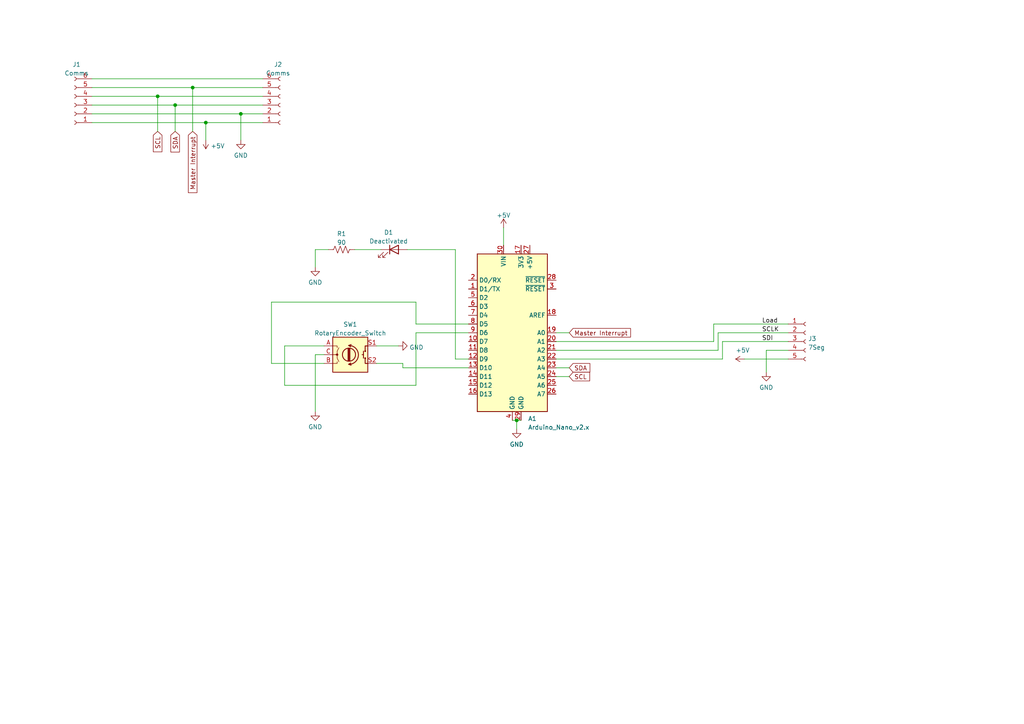
<source format=kicad_sch>
(kicad_sch (version 20211123) (generator eeschema)

  (uuid e63e39d7-6ac0-4ffd-8aa3-1841a4541b55)

  (paper "A4")

  (lib_symbols
    (symbol "Connector:Conn_01x05_Female" (pin_names (offset 1.016) hide) (in_bom yes) (on_board yes)
      (property "Reference" "J" (id 0) (at 0 7.62 0)
        (effects (font (size 1.27 1.27)))
      )
      (property "Value" "Conn_01x05_Female" (id 1) (at 0 -7.62 0)
        (effects (font (size 1.27 1.27)))
      )
      (property "Footprint" "" (id 2) (at 0 0 0)
        (effects (font (size 1.27 1.27)) hide)
      )
      (property "Datasheet" "~" (id 3) (at 0 0 0)
        (effects (font (size 1.27 1.27)) hide)
      )
      (property "ki_keywords" "connector" (id 4) (at 0 0 0)
        (effects (font (size 1.27 1.27)) hide)
      )
      (property "ki_description" "Generic connector, single row, 01x05, script generated (kicad-library-utils/schlib/autogen/connector/)" (id 5) (at 0 0 0)
        (effects (font (size 1.27 1.27)) hide)
      )
      (property "ki_fp_filters" "Connector*:*_1x??_*" (id 6) (at 0 0 0)
        (effects (font (size 1.27 1.27)) hide)
      )
      (symbol "Conn_01x05_Female_1_1"
        (arc (start 0 -4.572) (mid -0.508 -5.08) (end 0 -5.588)
          (stroke (width 0.1524) (type default) (color 0 0 0 0))
          (fill (type none))
        )
        (arc (start 0 -2.032) (mid -0.508 -2.54) (end 0 -3.048)
          (stroke (width 0.1524) (type default) (color 0 0 0 0))
          (fill (type none))
        )
        (polyline
          (pts
            (xy -1.27 -5.08)
            (xy -0.508 -5.08)
          )
          (stroke (width 0.1524) (type default) (color 0 0 0 0))
          (fill (type none))
        )
        (polyline
          (pts
            (xy -1.27 -2.54)
            (xy -0.508 -2.54)
          )
          (stroke (width 0.1524) (type default) (color 0 0 0 0))
          (fill (type none))
        )
        (polyline
          (pts
            (xy -1.27 0)
            (xy -0.508 0)
          )
          (stroke (width 0.1524) (type default) (color 0 0 0 0))
          (fill (type none))
        )
        (polyline
          (pts
            (xy -1.27 2.54)
            (xy -0.508 2.54)
          )
          (stroke (width 0.1524) (type default) (color 0 0 0 0))
          (fill (type none))
        )
        (polyline
          (pts
            (xy -1.27 5.08)
            (xy -0.508 5.08)
          )
          (stroke (width 0.1524) (type default) (color 0 0 0 0))
          (fill (type none))
        )
        (arc (start 0 0.508) (mid -0.508 0) (end 0 -0.508)
          (stroke (width 0.1524) (type default) (color 0 0 0 0))
          (fill (type none))
        )
        (arc (start 0 3.048) (mid -0.508 2.54) (end 0 2.032)
          (stroke (width 0.1524) (type default) (color 0 0 0 0))
          (fill (type none))
        )
        (arc (start 0 5.588) (mid -0.508 5.08) (end 0 4.572)
          (stroke (width 0.1524) (type default) (color 0 0 0 0))
          (fill (type none))
        )
        (pin passive line (at -5.08 5.08 0) (length 3.81)
          (name "Pin_1" (effects (font (size 1.27 1.27))))
          (number "1" (effects (font (size 1.27 1.27))))
        )
        (pin passive line (at -5.08 2.54 0) (length 3.81)
          (name "Pin_2" (effects (font (size 1.27 1.27))))
          (number "2" (effects (font (size 1.27 1.27))))
        )
        (pin passive line (at -5.08 0 0) (length 3.81)
          (name "Pin_3" (effects (font (size 1.27 1.27))))
          (number "3" (effects (font (size 1.27 1.27))))
        )
        (pin passive line (at -5.08 -2.54 0) (length 3.81)
          (name "Pin_4" (effects (font (size 1.27 1.27))))
          (number "4" (effects (font (size 1.27 1.27))))
        )
        (pin passive line (at -5.08 -5.08 0) (length 3.81)
          (name "Pin_5" (effects (font (size 1.27 1.27))))
          (number "5" (effects (font (size 1.27 1.27))))
        )
      )
    )
    (symbol "Connector:Conn_01x06_Female" (pin_names (offset 1.016) hide) (in_bom yes) (on_board yes)
      (property "Reference" "J" (id 0) (at 0 7.62 0)
        (effects (font (size 1.27 1.27)))
      )
      (property "Value" "Conn_01x06_Female" (id 1) (at 0 -10.16 0)
        (effects (font (size 1.27 1.27)))
      )
      (property "Footprint" "" (id 2) (at 0 0 0)
        (effects (font (size 1.27 1.27)) hide)
      )
      (property "Datasheet" "~" (id 3) (at 0 0 0)
        (effects (font (size 1.27 1.27)) hide)
      )
      (property "ki_keywords" "connector" (id 4) (at 0 0 0)
        (effects (font (size 1.27 1.27)) hide)
      )
      (property "ki_description" "Generic connector, single row, 01x06, script generated (kicad-library-utils/schlib/autogen/connector/)" (id 5) (at 0 0 0)
        (effects (font (size 1.27 1.27)) hide)
      )
      (property "ki_fp_filters" "Connector*:*_1x??_*" (id 6) (at 0 0 0)
        (effects (font (size 1.27 1.27)) hide)
      )
      (symbol "Conn_01x06_Female_1_1"
        (arc (start 0 -7.112) (mid -0.508 -7.62) (end 0 -8.128)
          (stroke (width 0.1524) (type default) (color 0 0 0 0))
          (fill (type none))
        )
        (arc (start 0 -4.572) (mid -0.508 -5.08) (end 0 -5.588)
          (stroke (width 0.1524) (type default) (color 0 0 0 0))
          (fill (type none))
        )
        (arc (start 0 -2.032) (mid -0.508 -2.54) (end 0 -3.048)
          (stroke (width 0.1524) (type default) (color 0 0 0 0))
          (fill (type none))
        )
        (polyline
          (pts
            (xy -1.27 -7.62)
            (xy -0.508 -7.62)
          )
          (stroke (width 0.1524) (type default) (color 0 0 0 0))
          (fill (type none))
        )
        (polyline
          (pts
            (xy -1.27 -5.08)
            (xy -0.508 -5.08)
          )
          (stroke (width 0.1524) (type default) (color 0 0 0 0))
          (fill (type none))
        )
        (polyline
          (pts
            (xy -1.27 -2.54)
            (xy -0.508 -2.54)
          )
          (stroke (width 0.1524) (type default) (color 0 0 0 0))
          (fill (type none))
        )
        (polyline
          (pts
            (xy -1.27 0)
            (xy -0.508 0)
          )
          (stroke (width 0.1524) (type default) (color 0 0 0 0))
          (fill (type none))
        )
        (polyline
          (pts
            (xy -1.27 2.54)
            (xy -0.508 2.54)
          )
          (stroke (width 0.1524) (type default) (color 0 0 0 0))
          (fill (type none))
        )
        (polyline
          (pts
            (xy -1.27 5.08)
            (xy -0.508 5.08)
          )
          (stroke (width 0.1524) (type default) (color 0 0 0 0))
          (fill (type none))
        )
        (arc (start 0 0.508) (mid -0.508 0) (end 0 -0.508)
          (stroke (width 0.1524) (type default) (color 0 0 0 0))
          (fill (type none))
        )
        (arc (start 0 3.048) (mid -0.508 2.54) (end 0 2.032)
          (stroke (width 0.1524) (type default) (color 0 0 0 0))
          (fill (type none))
        )
        (arc (start 0 5.588) (mid -0.508 5.08) (end 0 4.572)
          (stroke (width 0.1524) (type default) (color 0 0 0 0))
          (fill (type none))
        )
        (pin passive line (at -5.08 5.08 0) (length 3.81)
          (name "Pin_1" (effects (font (size 1.27 1.27))))
          (number "1" (effects (font (size 1.27 1.27))))
        )
        (pin passive line (at -5.08 2.54 0) (length 3.81)
          (name "Pin_2" (effects (font (size 1.27 1.27))))
          (number "2" (effects (font (size 1.27 1.27))))
        )
        (pin passive line (at -5.08 0 0) (length 3.81)
          (name "Pin_3" (effects (font (size 1.27 1.27))))
          (number "3" (effects (font (size 1.27 1.27))))
        )
        (pin passive line (at -5.08 -2.54 0) (length 3.81)
          (name "Pin_4" (effects (font (size 1.27 1.27))))
          (number "4" (effects (font (size 1.27 1.27))))
        )
        (pin passive line (at -5.08 -5.08 0) (length 3.81)
          (name "Pin_5" (effects (font (size 1.27 1.27))))
          (number "5" (effects (font (size 1.27 1.27))))
        )
        (pin passive line (at -5.08 -7.62 0) (length 3.81)
          (name "Pin_6" (effects (font (size 1.27 1.27))))
          (number "6" (effects (font (size 1.27 1.27))))
        )
      )
    )
    (symbol "Device:LED" (pin_numbers hide) (pin_names (offset 1.016) hide) (in_bom yes) (on_board yes)
      (property "Reference" "D" (id 0) (at 0 2.54 0)
        (effects (font (size 1.27 1.27)))
      )
      (property "Value" "LED" (id 1) (at 0 -2.54 0)
        (effects (font (size 1.27 1.27)))
      )
      (property "Footprint" "" (id 2) (at 0 0 0)
        (effects (font (size 1.27 1.27)) hide)
      )
      (property "Datasheet" "~" (id 3) (at 0 0 0)
        (effects (font (size 1.27 1.27)) hide)
      )
      (property "ki_keywords" "LED diode" (id 4) (at 0 0 0)
        (effects (font (size 1.27 1.27)) hide)
      )
      (property "ki_description" "Light emitting diode" (id 5) (at 0 0 0)
        (effects (font (size 1.27 1.27)) hide)
      )
      (property "ki_fp_filters" "LED* LED_SMD:* LED_THT:*" (id 6) (at 0 0 0)
        (effects (font (size 1.27 1.27)) hide)
      )
      (symbol "LED_0_1"
        (polyline
          (pts
            (xy -1.27 -1.27)
            (xy -1.27 1.27)
          )
          (stroke (width 0.254) (type default) (color 0 0 0 0))
          (fill (type none))
        )
        (polyline
          (pts
            (xy -1.27 0)
            (xy 1.27 0)
          )
          (stroke (width 0) (type default) (color 0 0 0 0))
          (fill (type none))
        )
        (polyline
          (pts
            (xy 1.27 -1.27)
            (xy 1.27 1.27)
            (xy -1.27 0)
            (xy 1.27 -1.27)
          )
          (stroke (width 0.254) (type default) (color 0 0 0 0))
          (fill (type none))
        )
        (polyline
          (pts
            (xy -3.048 -0.762)
            (xy -4.572 -2.286)
            (xy -3.81 -2.286)
            (xy -4.572 -2.286)
            (xy -4.572 -1.524)
          )
          (stroke (width 0) (type default) (color 0 0 0 0))
          (fill (type none))
        )
        (polyline
          (pts
            (xy -1.778 -0.762)
            (xy -3.302 -2.286)
            (xy -2.54 -2.286)
            (xy -3.302 -2.286)
            (xy -3.302 -1.524)
          )
          (stroke (width 0) (type default) (color 0 0 0 0))
          (fill (type none))
        )
      )
      (symbol "LED_1_1"
        (pin passive line (at -3.81 0 0) (length 2.54)
          (name "K" (effects (font (size 1.27 1.27))))
          (number "1" (effects (font (size 1.27 1.27))))
        )
        (pin passive line (at 3.81 0 180) (length 2.54)
          (name "A" (effects (font (size 1.27 1.27))))
          (number "2" (effects (font (size 1.27 1.27))))
        )
      )
    )
    (symbol "Device:R_US" (pin_numbers hide) (pin_names (offset 0)) (in_bom yes) (on_board yes)
      (property "Reference" "R" (id 0) (at 2.54 0 90)
        (effects (font (size 1.27 1.27)))
      )
      (property "Value" "R_US" (id 1) (at -2.54 0 90)
        (effects (font (size 1.27 1.27)))
      )
      (property "Footprint" "" (id 2) (at 1.016 -0.254 90)
        (effects (font (size 1.27 1.27)) hide)
      )
      (property "Datasheet" "~" (id 3) (at 0 0 0)
        (effects (font (size 1.27 1.27)) hide)
      )
      (property "ki_keywords" "R res resistor" (id 4) (at 0 0 0)
        (effects (font (size 1.27 1.27)) hide)
      )
      (property "ki_description" "Resistor, US symbol" (id 5) (at 0 0 0)
        (effects (font (size 1.27 1.27)) hide)
      )
      (property "ki_fp_filters" "R_*" (id 6) (at 0 0 0)
        (effects (font (size 1.27 1.27)) hide)
      )
      (symbol "R_US_0_1"
        (polyline
          (pts
            (xy 0 -2.286)
            (xy 0 -2.54)
          )
          (stroke (width 0) (type default) (color 0 0 0 0))
          (fill (type none))
        )
        (polyline
          (pts
            (xy 0 2.286)
            (xy 0 2.54)
          )
          (stroke (width 0) (type default) (color 0 0 0 0))
          (fill (type none))
        )
        (polyline
          (pts
            (xy 0 -0.762)
            (xy 1.016 -1.143)
            (xy 0 -1.524)
            (xy -1.016 -1.905)
            (xy 0 -2.286)
          )
          (stroke (width 0) (type default) (color 0 0 0 0))
          (fill (type none))
        )
        (polyline
          (pts
            (xy 0 0.762)
            (xy 1.016 0.381)
            (xy 0 0)
            (xy -1.016 -0.381)
            (xy 0 -0.762)
          )
          (stroke (width 0) (type default) (color 0 0 0 0))
          (fill (type none))
        )
        (polyline
          (pts
            (xy 0 2.286)
            (xy 1.016 1.905)
            (xy 0 1.524)
            (xy -1.016 1.143)
            (xy 0 0.762)
          )
          (stroke (width 0) (type default) (color 0 0 0 0))
          (fill (type none))
        )
      )
      (symbol "R_US_1_1"
        (pin passive line (at 0 3.81 270) (length 1.27)
          (name "~" (effects (font (size 1.27 1.27))))
          (number "1" (effects (font (size 1.27 1.27))))
        )
        (pin passive line (at 0 -3.81 90) (length 1.27)
          (name "~" (effects (font (size 1.27 1.27))))
          (number "2" (effects (font (size 1.27 1.27))))
        )
      )
    )
    (symbol "Device:RotaryEncoder_Switch" (pin_names (offset 0.254) hide) (in_bom yes) (on_board yes)
      (property "Reference" "SW" (id 0) (at 0 6.604 0)
        (effects (font (size 1.27 1.27)))
      )
      (property "Value" "RotaryEncoder_Switch" (id 1) (at 0 -6.604 0)
        (effects (font (size 1.27 1.27)))
      )
      (property "Footprint" "" (id 2) (at -3.81 4.064 0)
        (effects (font (size 1.27 1.27)) hide)
      )
      (property "Datasheet" "~" (id 3) (at 0 6.604 0)
        (effects (font (size 1.27 1.27)) hide)
      )
      (property "ki_keywords" "rotary switch encoder switch push button" (id 4) (at 0 0 0)
        (effects (font (size 1.27 1.27)) hide)
      )
      (property "ki_description" "Rotary encoder, dual channel, incremental quadrate outputs, with switch" (id 5) (at 0 0 0)
        (effects (font (size 1.27 1.27)) hide)
      )
      (property "ki_fp_filters" "RotaryEncoder*Switch*" (id 6) (at 0 0 0)
        (effects (font (size 1.27 1.27)) hide)
      )
      (symbol "RotaryEncoder_Switch_0_1"
        (rectangle (start -5.08 5.08) (end 5.08 -5.08)
          (stroke (width 0.254) (type default) (color 0 0 0 0))
          (fill (type background))
        )
        (circle (center -3.81 0) (radius 0.254)
          (stroke (width 0) (type default) (color 0 0 0 0))
          (fill (type outline))
        )
        (arc (start -0.381 -2.794) (mid 2.3622 -0.0635) (end -0.381 2.667)
          (stroke (width 0.254) (type default) (color 0 0 0 0))
          (fill (type none))
        )
        (circle (center -0.381 0) (radius 1.905)
          (stroke (width 0.254) (type default) (color 0 0 0 0))
          (fill (type none))
        )
        (polyline
          (pts
            (xy -0.635 -1.778)
            (xy -0.635 1.778)
          )
          (stroke (width 0.254) (type default) (color 0 0 0 0))
          (fill (type none))
        )
        (polyline
          (pts
            (xy -0.381 -1.778)
            (xy -0.381 1.778)
          )
          (stroke (width 0.254) (type default) (color 0 0 0 0))
          (fill (type none))
        )
        (polyline
          (pts
            (xy -0.127 1.778)
            (xy -0.127 -1.778)
          )
          (stroke (width 0.254) (type default) (color 0 0 0 0))
          (fill (type none))
        )
        (polyline
          (pts
            (xy 3.81 0)
            (xy 3.429 0)
          )
          (stroke (width 0.254) (type default) (color 0 0 0 0))
          (fill (type none))
        )
        (polyline
          (pts
            (xy 3.81 1.016)
            (xy 3.81 -1.016)
          )
          (stroke (width 0.254) (type default) (color 0 0 0 0))
          (fill (type none))
        )
        (polyline
          (pts
            (xy -5.08 -2.54)
            (xy -3.81 -2.54)
            (xy -3.81 -2.032)
          )
          (stroke (width 0) (type default) (color 0 0 0 0))
          (fill (type none))
        )
        (polyline
          (pts
            (xy -5.08 2.54)
            (xy -3.81 2.54)
            (xy -3.81 2.032)
          )
          (stroke (width 0) (type default) (color 0 0 0 0))
          (fill (type none))
        )
        (polyline
          (pts
            (xy 0.254 -3.048)
            (xy -0.508 -2.794)
            (xy 0.127 -2.413)
          )
          (stroke (width 0.254) (type default) (color 0 0 0 0))
          (fill (type none))
        )
        (polyline
          (pts
            (xy 0.254 2.921)
            (xy -0.508 2.667)
            (xy 0.127 2.286)
          )
          (stroke (width 0.254) (type default) (color 0 0 0 0))
          (fill (type none))
        )
        (polyline
          (pts
            (xy 5.08 -2.54)
            (xy 4.318 -2.54)
            (xy 4.318 -1.016)
          )
          (stroke (width 0.254) (type default) (color 0 0 0 0))
          (fill (type none))
        )
        (polyline
          (pts
            (xy 5.08 2.54)
            (xy 4.318 2.54)
            (xy 4.318 1.016)
          )
          (stroke (width 0.254) (type default) (color 0 0 0 0))
          (fill (type none))
        )
        (polyline
          (pts
            (xy -5.08 0)
            (xy -3.81 0)
            (xy -3.81 -1.016)
            (xy -3.302 -2.032)
          )
          (stroke (width 0) (type default) (color 0 0 0 0))
          (fill (type none))
        )
        (polyline
          (pts
            (xy -4.318 0)
            (xy -3.81 0)
            (xy -3.81 1.016)
            (xy -3.302 2.032)
          )
          (stroke (width 0) (type default) (color 0 0 0 0))
          (fill (type none))
        )
        (circle (center 4.318 -1.016) (radius 0.127)
          (stroke (width 0.254) (type default) (color 0 0 0 0))
          (fill (type none))
        )
        (circle (center 4.318 1.016) (radius 0.127)
          (stroke (width 0.254) (type default) (color 0 0 0 0))
          (fill (type none))
        )
      )
      (symbol "RotaryEncoder_Switch_1_1"
        (pin passive line (at -7.62 2.54 0) (length 2.54)
          (name "A" (effects (font (size 1.27 1.27))))
          (number "A" (effects (font (size 1.27 1.27))))
        )
        (pin passive line (at -7.62 -2.54 0) (length 2.54)
          (name "B" (effects (font (size 1.27 1.27))))
          (number "B" (effects (font (size 1.27 1.27))))
        )
        (pin passive line (at -7.62 0 0) (length 2.54)
          (name "C" (effects (font (size 1.27 1.27))))
          (number "C" (effects (font (size 1.27 1.27))))
        )
        (pin passive line (at 7.62 2.54 180) (length 2.54)
          (name "S1" (effects (font (size 1.27 1.27))))
          (number "S1" (effects (font (size 1.27 1.27))))
        )
        (pin passive line (at 7.62 -2.54 180) (length 2.54)
          (name "S2" (effects (font (size 1.27 1.27))))
          (number "S2" (effects (font (size 1.27 1.27))))
        )
      )
    )
    (symbol "MCU_Module:Arduino_Nano_v2.x" (in_bom yes) (on_board yes)
      (property "Reference" "A" (id 0) (at -10.16 23.495 0)
        (effects (font (size 1.27 1.27)) (justify left bottom))
      )
      (property "Value" "Arduino_Nano_v2.x" (id 1) (at 5.08 -24.13 0)
        (effects (font (size 1.27 1.27)) (justify left top))
      )
      (property "Footprint" "Module:Arduino_Nano" (id 2) (at 0 0 0)
        (effects (font (size 1.27 1.27) italic) hide)
      )
      (property "Datasheet" "https://www.arduino.cc/en/uploads/Main/ArduinoNanoManual23.pdf" (id 3) (at 0 0 0)
        (effects (font (size 1.27 1.27)) hide)
      )
      (property "ki_keywords" "Arduino nano microcontroller module USB" (id 4) (at 0 0 0)
        (effects (font (size 1.27 1.27)) hide)
      )
      (property "ki_description" "Arduino Nano v2.x" (id 5) (at 0 0 0)
        (effects (font (size 1.27 1.27)) hide)
      )
      (property "ki_fp_filters" "Arduino*Nano*" (id 6) (at 0 0 0)
        (effects (font (size 1.27 1.27)) hide)
      )
      (symbol "Arduino_Nano_v2.x_0_1"
        (rectangle (start -10.16 22.86) (end 10.16 -22.86)
          (stroke (width 0.254) (type default) (color 0 0 0 0))
          (fill (type background))
        )
      )
      (symbol "Arduino_Nano_v2.x_1_1"
        (pin bidirectional line (at -12.7 12.7 0) (length 2.54)
          (name "D1/TX" (effects (font (size 1.27 1.27))))
          (number "1" (effects (font (size 1.27 1.27))))
        )
        (pin bidirectional line (at -12.7 -2.54 0) (length 2.54)
          (name "D7" (effects (font (size 1.27 1.27))))
          (number "10" (effects (font (size 1.27 1.27))))
        )
        (pin bidirectional line (at -12.7 -5.08 0) (length 2.54)
          (name "D8" (effects (font (size 1.27 1.27))))
          (number "11" (effects (font (size 1.27 1.27))))
        )
        (pin bidirectional line (at -12.7 -7.62 0) (length 2.54)
          (name "D9" (effects (font (size 1.27 1.27))))
          (number "12" (effects (font (size 1.27 1.27))))
        )
        (pin bidirectional line (at -12.7 -10.16 0) (length 2.54)
          (name "D10" (effects (font (size 1.27 1.27))))
          (number "13" (effects (font (size 1.27 1.27))))
        )
        (pin bidirectional line (at -12.7 -12.7 0) (length 2.54)
          (name "D11" (effects (font (size 1.27 1.27))))
          (number "14" (effects (font (size 1.27 1.27))))
        )
        (pin bidirectional line (at -12.7 -15.24 0) (length 2.54)
          (name "D12" (effects (font (size 1.27 1.27))))
          (number "15" (effects (font (size 1.27 1.27))))
        )
        (pin bidirectional line (at -12.7 -17.78 0) (length 2.54)
          (name "D13" (effects (font (size 1.27 1.27))))
          (number "16" (effects (font (size 1.27 1.27))))
        )
        (pin power_out line (at 2.54 25.4 270) (length 2.54)
          (name "3V3" (effects (font (size 1.27 1.27))))
          (number "17" (effects (font (size 1.27 1.27))))
        )
        (pin input line (at 12.7 5.08 180) (length 2.54)
          (name "AREF" (effects (font (size 1.27 1.27))))
          (number "18" (effects (font (size 1.27 1.27))))
        )
        (pin bidirectional line (at 12.7 0 180) (length 2.54)
          (name "A0" (effects (font (size 1.27 1.27))))
          (number "19" (effects (font (size 1.27 1.27))))
        )
        (pin bidirectional line (at -12.7 15.24 0) (length 2.54)
          (name "D0/RX" (effects (font (size 1.27 1.27))))
          (number "2" (effects (font (size 1.27 1.27))))
        )
        (pin bidirectional line (at 12.7 -2.54 180) (length 2.54)
          (name "A1" (effects (font (size 1.27 1.27))))
          (number "20" (effects (font (size 1.27 1.27))))
        )
        (pin bidirectional line (at 12.7 -5.08 180) (length 2.54)
          (name "A2" (effects (font (size 1.27 1.27))))
          (number "21" (effects (font (size 1.27 1.27))))
        )
        (pin bidirectional line (at 12.7 -7.62 180) (length 2.54)
          (name "A3" (effects (font (size 1.27 1.27))))
          (number "22" (effects (font (size 1.27 1.27))))
        )
        (pin bidirectional line (at 12.7 -10.16 180) (length 2.54)
          (name "A4" (effects (font (size 1.27 1.27))))
          (number "23" (effects (font (size 1.27 1.27))))
        )
        (pin bidirectional line (at 12.7 -12.7 180) (length 2.54)
          (name "A5" (effects (font (size 1.27 1.27))))
          (number "24" (effects (font (size 1.27 1.27))))
        )
        (pin bidirectional line (at 12.7 -15.24 180) (length 2.54)
          (name "A6" (effects (font (size 1.27 1.27))))
          (number "25" (effects (font (size 1.27 1.27))))
        )
        (pin bidirectional line (at 12.7 -17.78 180) (length 2.54)
          (name "A7" (effects (font (size 1.27 1.27))))
          (number "26" (effects (font (size 1.27 1.27))))
        )
        (pin power_out line (at 5.08 25.4 270) (length 2.54)
          (name "+5V" (effects (font (size 1.27 1.27))))
          (number "27" (effects (font (size 1.27 1.27))))
        )
        (pin input line (at 12.7 15.24 180) (length 2.54)
          (name "~{RESET}" (effects (font (size 1.27 1.27))))
          (number "28" (effects (font (size 1.27 1.27))))
        )
        (pin power_in line (at 2.54 -25.4 90) (length 2.54)
          (name "GND" (effects (font (size 1.27 1.27))))
          (number "29" (effects (font (size 1.27 1.27))))
        )
        (pin input line (at 12.7 12.7 180) (length 2.54)
          (name "~{RESET}" (effects (font (size 1.27 1.27))))
          (number "3" (effects (font (size 1.27 1.27))))
        )
        (pin power_in line (at -2.54 25.4 270) (length 2.54)
          (name "VIN" (effects (font (size 1.27 1.27))))
          (number "30" (effects (font (size 1.27 1.27))))
        )
        (pin power_in line (at 0 -25.4 90) (length 2.54)
          (name "GND" (effects (font (size 1.27 1.27))))
          (number "4" (effects (font (size 1.27 1.27))))
        )
        (pin bidirectional line (at -12.7 10.16 0) (length 2.54)
          (name "D2" (effects (font (size 1.27 1.27))))
          (number "5" (effects (font (size 1.27 1.27))))
        )
        (pin bidirectional line (at -12.7 7.62 0) (length 2.54)
          (name "D3" (effects (font (size 1.27 1.27))))
          (number "6" (effects (font (size 1.27 1.27))))
        )
        (pin bidirectional line (at -12.7 5.08 0) (length 2.54)
          (name "D4" (effects (font (size 1.27 1.27))))
          (number "7" (effects (font (size 1.27 1.27))))
        )
        (pin bidirectional line (at -12.7 2.54 0) (length 2.54)
          (name "D5" (effects (font (size 1.27 1.27))))
          (number "8" (effects (font (size 1.27 1.27))))
        )
        (pin bidirectional line (at -12.7 0 0) (length 2.54)
          (name "D6" (effects (font (size 1.27 1.27))))
          (number "9" (effects (font (size 1.27 1.27))))
        )
      )
    )
    (symbol "power:+5V" (power) (pin_names (offset 0)) (in_bom yes) (on_board yes)
      (property "Reference" "#PWR" (id 0) (at 0 -3.81 0)
        (effects (font (size 1.27 1.27)) hide)
      )
      (property "Value" "+5V" (id 1) (at 0 3.556 0)
        (effects (font (size 1.27 1.27)))
      )
      (property "Footprint" "" (id 2) (at 0 0 0)
        (effects (font (size 1.27 1.27)) hide)
      )
      (property "Datasheet" "" (id 3) (at 0 0 0)
        (effects (font (size 1.27 1.27)) hide)
      )
      (property "ki_keywords" "power-flag" (id 4) (at 0 0 0)
        (effects (font (size 1.27 1.27)) hide)
      )
      (property "ki_description" "Power symbol creates a global label with name \"+5V\"" (id 5) (at 0 0 0)
        (effects (font (size 1.27 1.27)) hide)
      )
      (symbol "+5V_0_1"
        (polyline
          (pts
            (xy -0.762 1.27)
            (xy 0 2.54)
          )
          (stroke (width 0) (type default) (color 0 0 0 0))
          (fill (type none))
        )
        (polyline
          (pts
            (xy 0 0)
            (xy 0 2.54)
          )
          (stroke (width 0) (type default) (color 0 0 0 0))
          (fill (type none))
        )
        (polyline
          (pts
            (xy 0 2.54)
            (xy 0.762 1.27)
          )
          (stroke (width 0) (type default) (color 0 0 0 0))
          (fill (type none))
        )
      )
      (symbol "+5V_1_1"
        (pin power_in line (at 0 0 90) (length 0) hide
          (name "+5V" (effects (font (size 1.27 1.27))))
          (number "1" (effects (font (size 1.27 1.27))))
        )
      )
    )
    (symbol "power:GND" (power) (pin_names (offset 0)) (in_bom yes) (on_board yes)
      (property "Reference" "#PWR" (id 0) (at 0 -6.35 0)
        (effects (font (size 1.27 1.27)) hide)
      )
      (property "Value" "GND" (id 1) (at 0 -3.81 0)
        (effects (font (size 1.27 1.27)))
      )
      (property "Footprint" "" (id 2) (at 0 0 0)
        (effects (font (size 1.27 1.27)) hide)
      )
      (property "Datasheet" "" (id 3) (at 0 0 0)
        (effects (font (size 1.27 1.27)) hide)
      )
      (property "ki_keywords" "power-flag" (id 4) (at 0 0 0)
        (effects (font (size 1.27 1.27)) hide)
      )
      (property "ki_description" "Power symbol creates a global label with name \"GND\" , ground" (id 5) (at 0 0 0)
        (effects (font (size 1.27 1.27)) hide)
      )
      (symbol "GND_0_1"
        (polyline
          (pts
            (xy 0 0)
            (xy 0 -1.27)
            (xy 1.27 -1.27)
            (xy 0 -2.54)
            (xy -1.27 -1.27)
            (xy 0 -1.27)
          )
          (stroke (width 0) (type default) (color 0 0 0 0))
          (fill (type none))
        )
      )
      (symbol "GND_1_1"
        (pin power_in line (at 0 0 270) (length 0) hide
          (name "GND" (effects (font (size 1.27 1.27))))
          (number "1" (effects (font (size 1.27 1.27))))
        )
      )
    )
  )

  (junction (at 45.72 27.94) (diameter 0) (color 0 0 0 0)
    (uuid 186e88cb-3922-445c-b97c-115b257b4925)
  )
  (junction (at 59.69 35.56) (diameter 0) (color 0 0 0 0)
    (uuid 37e43f5f-643b-4e1e-ac22-45061b2c6b41)
  )
  (junction (at 149.86 121.92) (diameter 0) (color 0 0 0 0)
    (uuid 5338c7e8-2840-4211-817d-a6a02bfa9066)
  )
  (junction (at 50.8 30.48) (diameter 0) (color 0 0 0 0)
    (uuid 5a2e1d2e-ba53-4b14-ab63-e96975c84a4b)
  )
  (junction (at 69.85 33.02) (diameter 0) (color 0 0 0 0)
    (uuid c23cf46b-3c6a-468b-a877-75a90a6eca91)
  )
  (junction (at 55.88 25.4) (diameter 0) (color 0 0 0 0)
    (uuid dfd1d243-cb7f-4951-9234-067ef690929c)
  )

  (wire (pts (xy 102.87 72.39) (xy 110.49 72.39))
    (stroke (width 0) (type default) (color 0 0 0 0))
    (uuid 02103ae5-54fb-4b80-a4c2-6096261b830e)
  )
  (wire (pts (xy 45.72 27.94) (xy 45.72 38.1))
    (stroke (width 0) (type default) (color 0 0 0 0))
    (uuid 088b656e-02f7-4ef6-aeda-f2e6b496a001)
  )
  (wire (pts (xy 50.8 30.48) (xy 76.2 30.48))
    (stroke (width 0) (type default) (color 0 0 0 0))
    (uuid 0e26fb71-0a3e-4010-b6a1-89dec78594f1)
  )
  (wire (pts (xy 82.55 100.33) (xy 82.55 111.76))
    (stroke (width 0) (type default) (color 0 0 0 0))
    (uuid 110c01fa-0528-4e31-8083-962368d174ea)
  )
  (wire (pts (xy 161.29 106.68) (xy 165.1 106.68))
    (stroke (width 0) (type default) (color 0 0 0 0))
    (uuid 18fa4eac-44be-4c19-85bd-ae41ed4e9ca9)
  )
  (wire (pts (xy 109.22 105.41) (xy 116.84 105.41))
    (stroke (width 0) (type default) (color 0 0 0 0))
    (uuid 1aa61631-8da2-4546-9178-d0af2047c42a)
  )
  (wire (pts (xy 116.84 106.68) (xy 116.84 105.41))
    (stroke (width 0) (type default) (color 0 0 0 0))
    (uuid 1ef67b84-b77c-4d01-88a2-88decbdf5390)
  )
  (wire (pts (xy 26.67 25.4) (xy 55.88 25.4))
    (stroke (width 0) (type default) (color 0 0 0 0))
    (uuid 2dc87334-fd40-4e01-9fef-3fdc57ef4547)
  )
  (wire (pts (xy 78.74 87.63) (xy 120.65 87.63))
    (stroke (width 0) (type default) (color 0 0 0 0))
    (uuid 30f76d40-f582-43ea-b6b3-d6fbd4af4f75)
  )
  (wire (pts (xy 215.9 104.14) (xy 228.6 104.14))
    (stroke (width 0) (type default) (color 0 0 0 0))
    (uuid 3dda8748-14cd-419e-9f02-4c8a1f2f7355)
  )
  (wire (pts (xy 26.67 27.94) (xy 45.72 27.94))
    (stroke (width 0) (type default) (color 0 0 0 0))
    (uuid 40305e0e-c9f1-49e6-9a11-38396c5aad44)
  )
  (wire (pts (xy 69.85 33.02) (xy 76.2 33.02))
    (stroke (width 0) (type default) (color 0 0 0 0))
    (uuid 42600888-9050-4f26-a06e-53bc1a336bc6)
  )
  (wire (pts (xy 69.85 33.02) (xy 69.85 40.64))
    (stroke (width 0) (type default) (color 0 0 0 0))
    (uuid 450df7ab-2101-4361-8597-14c6d2557eac)
  )
  (wire (pts (xy 209.55 99.06) (xy 228.6 99.06))
    (stroke (width 0) (type default) (color 0 0 0 0))
    (uuid 4b10abf2-6cc6-4110-a9ea-dcface213f74)
  )
  (wire (pts (xy 161.29 104.14) (xy 209.55 104.14))
    (stroke (width 0) (type default) (color 0 0 0 0))
    (uuid 4dfe37f2-1b83-4477-ab68-9396d2831d3d)
  )
  (wire (pts (xy 26.67 33.02) (xy 69.85 33.02))
    (stroke (width 0) (type default) (color 0 0 0 0))
    (uuid 4f5a593d-b109-4ea1-9106-1a00245b0fa7)
  )
  (wire (pts (xy 82.55 100.33) (xy 93.98 100.33))
    (stroke (width 0) (type default) (color 0 0 0 0))
    (uuid 5d2c5013-9e11-4ee6-a43a-222bf58dd5de)
  )
  (wire (pts (xy 120.65 111.76) (xy 82.55 111.76))
    (stroke (width 0) (type default) (color 0 0 0 0))
    (uuid 675cfb9f-68c2-4408-a3f2-73bb0fd7edc2)
  )
  (wire (pts (xy 45.72 27.94) (xy 76.2 27.94))
    (stroke (width 0) (type default) (color 0 0 0 0))
    (uuid 6865dc69-93b1-4587-ac07-d7513b921d4c)
  )
  (wire (pts (xy 55.88 25.4) (xy 55.88 38.1))
    (stroke (width 0) (type default) (color 0 0 0 0))
    (uuid 690c0824-5c6a-4c1d-9f1f-13eb6db35e20)
  )
  (wire (pts (xy 109.22 100.33) (xy 115.57 100.33))
    (stroke (width 0) (type default) (color 0 0 0 0))
    (uuid 6b9f2766-c770-4812-8e7b-8fc779f4e712)
  )
  (wire (pts (xy 120.65 96.52) (xy 120.65 111.76))
    (stroke (width 0) (type default) (color 0 0 0 0))
    (uuid 70c41fc6-5c49-45ff-8380-e96719acd3c6)
  )
  (wire (pts (xy 228.6 93.98) (xy 207.01 93.98))
    (stroke (width 0) (type default) (color 0 0 0 0))
    (uuid 7eabc363-b82c-458f-b4c1-f1d6756872ff)
  )
  (wire (pts (xy 91.44 119.38) (xy 91.44 102.87))
    (stroke (width 0) (type default) (color 0 0 0 0))
    (uuid 848e8460-e189-43d4-96c9-a7a12898a669)
  )
  (wire (pts (xy 161.29 101.6) (xy 208.28 101.6))
    (stroke (width 0) (type default) (color 0 0 0 0))
    (uuid 84ee64a1-dc53-4267-8649-11209ba13c55)
  )
  (wire (pts (xy 91.44 102.87) (xy 93.98 102.87))
    (stroke (width 0) (type default) (color 0 0 0 0))
    (uuid 899aaa51-6a68-482c-aa97-1d101c8cc33a)
  )
  (wire (pts (xy 50.8 30.48) (xy 50.8 38.1))
    (stroke (width 0) (type default) (color 0 0 0 0))
    (uuid 89bc2c26-08b0-4f04-a289-da6175f58840)
  )
  (wire (pts (xy 120.65 93.98) (xy 120.65 87.63))
    (stroke (width 0) (type default) (color 0 0 0 0))
    (uuid 8fb60ad1-d672-4b67-abcf-d16c94e2be43)
  )
  (wire (pts (xy 91.44 77.47) (xy 91.44 72.39))
    (stroke (width 0) (type default) (color 0 0 0 0))
    (uuid 919646d5-113f-4e62-80f4-2ec58c8b72a8)
  )
  (wire (pts (xy 26.67 22.86) (xy 76.2 22.86))
    (stroke (width 0) (type default) (color 0 0 0 0))
    (uuid 94a56dbf-f834-402d-a5ee-1ba2d24d1943)
  )
  (wire (pts (xy 161.29 99.06) (xy 207.01 99.06))
    (stroke (width 0) (type default) (color 0 0 0 0))
    (uuid 9bda60cc-a821-4b43-9290-9cbd01d4101f)
  )
  (wire (pts (xy 26.67 30.48) (xy 50.8 30.48))
    (stroke (width 0) (type default) (color 0 0 0 0))
    (uuid 9cf04930-92e2-4361-96fe-0e85f3c4b63b)
  )
  (wire (pts (xy 132.08 104.14) (xy 132.08 72.39))
    (stroke (width 0) (type default) (color 0 0 0 0))
    (uuid 9d23c769-2268-473b-8bfd-ab66ce9da2db)
  )
  (wire (pts (xy 207.01 93.98) (xy 207.01 99.06))
    (stroke (width 0) (type default) (color 0 0 0 0))
    (uuid 9d27bec1-8ec1-4630-9bc9-b8dbbfd0db80)
  )
  (wire (pts (xy 55.88 25.4) (xy 76.2 25.4))
    (stroke (width 0) (type default) (color 0 0 0 0))
    (uuid 9d8b9ef0-c6d7-4270-9f46-a1ef4e9edf41)
  )
  (wire (pts (xy 135.89 96.52) (xy 120.65 96.52))
    (stroke (width 0) (type default) (color 0 0 0 0))
    (uuid 9d9e73bf-6b4b-44c7-a1ce-59e240396d4e)
  )
  (wire (pts (xy 135.89 104.14) (xy 132.08 104.14))
    (stroke (width 0) (type default) (color 0 0 0 0))
    (uuid 9e7c6f4e-bb0d-480c-8807-fd5714be8b4b)
  )
  (wire (pts (xy 135.89 93.98) (xy 120.65 93.98))
    (stroke (width 0) (type default) (color 0 0 0 0))
    (uuid a046c9e4-3e90-4904-841b-3ad7204e7445)
  )
  (wire (pts (xy 26.67 35.56) (xy 59.69 35.56))
    (stroke (width 0) (type default) (color 0 0 0 0))
    (uuid a0fbbaf8-8c31-444a-8589-c494a935cb8e)
  )
  (wire (pts (xy 149.86 121.92) (xy 149.86 124.46))
    (stroke (width 0) (type default) (color 0 0 0 0))
    (uuid a109695a-7a5a-4ff1-81f1-c62e064d8fdd)
  )
  (wire (pts (xy 208.28 96.52) (xy 228.6 96.52))
    (stroke (width 0) (type default) (color 0 0 0 0))
    (uuid af1f704d-b62d-453b-b43b-a71abc27daea)
  )
  (wire (pts (xy 132.08 72.39) (xy 118.11 72.39))
    (stroke (width 0) (type default) (color 0 0 0 0))
    (uuid b1ba0bdd-184e-4349-87a1-59fb721a8e88)
  )
  (wire (pts (xy 59.69 35.56) (xy 59.69 40.64))
    (stroke (width 0) (type default) (color 0 0 0 0))
    (uuid b6e47b0c-083f-43b7-b91a-3e5d55d9a486)
  )
  (wire (pts (xy 59.69 35.56) (xy 76.2 35.56))
    (stroke (width 0) (type default) (color 0 0 0 0))
    (uuid b7702785-d8bf-4ab5-882e-2c4e59087ea0)
  )
  (wire (pts (xy 222.25 101.6) (xy 228.6 101.6))
    (stroke (width 0) (type default) (color 0 0 0 0))
    (uuid bf61227f-f630-4987-a7d8-8d081ea6b1ea)
  )
  (wire (pts (xy 161.29 96.52) (xy 165.1 96.52))
    (stroke (width 0) (type default) (color 0 0 0 0))
    (uuid c04ec4b1-4756-44a6-8089-e29c58a41343)
  )
  (wire (pts (xy 149.86 121.92) (xy 151.13 121.92))
    (stroke (width 0) (type default) (color 0 0 0 0))
    (uuid c95246c9-d5b7-4a1a-acdf-abbfffd5ef88)
  )
  (wire (pts (xy 78.74 87.63) (xy 78.74 105.41))
    (stroke (width 0) (type default) (color 0 0 0 0))
    (uuid cddb3ff2-8a30-4a70-8002-2a7937a58f0b)
  )
  (wire (pts (xy 209.55 104.14) (xy 209.55 99.06))
    (stroke (width 0) (type default) (color 0 0 0 0))
    (uuid cf26d1b7-6b1d-42e5-9b57-74a9c3fb4045)
  )
  (wire (pts (xy 91.44 72.39) (xy 95.25 72.39))
    (stroke (width 0) (type default) (color 0 0 0 0))
    (uuid d8004053-a96a-4db9-be88-aefe8064c65c)
  )
  (wire (pts (xy 116.84 106.68) (xy 135.89 106.68))
    (stroke (width 0) (type default) (color 0 0 0 0))
    (uuid daa68d12-5013-47bd-8b4c-5c118cfa6ffa)
  )
  (wire (pts (xy 148.59 121.92) (xy 149.86 121.92))
    (stroke (width 0) (type default) (color 0 0 0 0))
    (uuid db00ed9d-5cbd-42e1-a367-f32e41a8348a)
  )
  (wire (pts (xy 78.74 105.41) (xy 93.98 105.41))
    (stroke (width 0) (type default) (color 0 0 0 0))
    (uuid dca4084a-713f-473b-b4a6-5ccb103f562a)
  )
  (wire (pts (xy 146.05 66.04) (xy 146.05 71.12))
    (stroke (width 0) (type default) (color 0 0 0 0))
    (uuid e2eda38a-354c-4aa5-842f-2bf4cb1c9f10)
  )
  (wire (pts (xy 165.1 109.22) (xy 161.29 109.22))
    (stroke (width 0) (type default) (color 0 0 0 0))
    (uuid e5803e45-bd73-45c0-b324-74c3d0cd5ee0)
  )
  (wire (pts (xy 222.25 101.6) (xy 222.25 107.95))
    (stroke (width 0) (type default) (color 0 0 0 0))
    (uuid f5396fe7-13b4-4b0e-8d03-0ba2d67ab2cb)
  )
  (wire (pts (xy 208.28 96.52) (xy 208.28 101.6))
    (stroke (width 0) (type default) (color 0 0 0 0))
    (uuid f826c15e-2802-4c5f-84c9-84d0aa8b331d)
  )

  (label "Load" (at 220.98 93.98 0)
    (effects (font (size 1.27 1.27)) (justify left bottom))
    (uuid 70e3ad73-1108-40d2-939f-a64d1e7c1f19)
  )
  (label "SCLK" (at 220.98 96.52 0)
    (effects (font (size 1.27 1.27)) (justify left bottom))
    (uuid d273bf53-9e0a-4e96-b278-ac5b2d09c591)
  )
  (label "SDI" (at 220.98 99.06 0)
    (effects (font (size 1.27 1.27)) (justify left bottom))
    (uuid ddd42ea5-9724-4e63-b4b9-092f30d90dc6)
  )

  (global_label "SCL" (shape input) (at 165.1 109.22 0) (fields_autoplaced)
    (effects (font (size 1.27 1.27)) (justify left))
    (uuid 09fe5415-94b9-45f4-9af1-87813b56ef87)
    (property "Intersheet References" "${INTERSHEET_REFS}" (id 0) (at 171.0207 109.2994 0)
      (effects (font (size 1.27 1.27)) (justify left) hide)
    )
  )
  (global_label "SCL" (shape input) (at 45.72 38.1 270) (fields_autoplaced)
    (effects (font (size 1.27 1.27)) (justify right))
    (uuid 42f95a4c-8a06-437b-b753-09eb0862f381)
    (property "Intersheet References" "${INTERSHEET_REFS}" (id 0) (at 45.6406 44.0207 90)
      (effects (font (size 1.27 1.27)) (justify right) hide)
    )
  )
  (global_label "Master Interrupt" (shape input) (at 165.1 96.52 0) (fields_autoplaced)
    (effects (font (size 1.27 1.27)) (justify left))
    (uuid 50f67f6b-bc0e-4a0d-90a7-b76c3ffac683)
    (property "Intersheet References" "${INTERSHEET_REFS}" (id 0) (at 182.8741 96.5994 0)
      (effects (font (size 1.27 1.27)) (justify left) hide)
    )
  )
  (global_label "SDA" (shape input) (at 165.1 106.68 0) (fields_autoplaced)
    (effects (font (size 1.27 1.27)) (justify left))
    (uuid 51fc5f56-d2ef-4a45-b365-055c38d41ce3)
    (property "Intersheet References" "${INTERSHEET_REFS}" (id 0) (at 171.0812 106.7594 0)
      (effects (font (size 1.27 1.27)) (justify left) hide)
    )
  )
  (global_label "SDA" (shape input) (at 50.8 38.1 270) (fields_autoplaced)
    (effects (font (size 1.27 1.27)) (justify right))
    (uuid 63234c1d-83e5-41ca-b438-07b6bf95e093)
    (property "Intersheet References" "${INTERSHEET_REFS}" (id 0) (at 50.7206 44.0812 90)
      (effects (font (size 1.27 1.27)) (justify right) hide)
    )
  )
  (global_label "Master Interrupt" (shape input) (at 55.88 38.1 270) (fields_autoplaced)
    (effects (font (size 1.27 1.27)) (justify right))
    (uuid e0ee0e11-6714-47cf-a0a5-09e5641cd189)
    (property "Intersheet References" "${INTERSHEET_REFS}" (id 0) (at 55.8006 55.8741 90)
      (effects (font (size 1.27 1.27)) (justify right) hide)
    )
  )

  (symbol (lib_id "power:GND") (at 222.25 107.95 0) (unit 1)
    (in_bom yes) (on_board yes) (fields_autoplaced)
    (uuid 00570ef1-54f8-4bf2-af6b-79a936043ff1)
    (property "Reference" "#PWR0108" (id 0) (at 222.25 114.3 0)
      (effects (font (size 1.27 1.27)) hide)
    )
    (property "Value" "GND" (id 1) (at 222.25 112.3934 0))
    (property "Footprint" "" (id 2) (at 222.25 107.95 0)
      (effects (font (size 1.27 1.27)) hide)
    )
    (property "Datasheet" "" (id 3) (at 222.25 107.95 0)
      (effects (font (size 1.27 1.27)) hide)
    )
    (pin "1" (uuid d53d46b0-3258-497a-932a-b172f706eea7))
  )

  (symbol (lib_id "power:+5V") (at 146.05 66.04 0) (unit 1)
    (in_bom yes) (on_board yes) (fields_autoplaced)
    (uuid 1224c23b-7ca6-4e0f-b792-2996b4341fb7)
    (property "Reference" "#PWR0102" (id 0) (at 146.05 69.85 0)
      (effects (font (size 1.27 1.27)) hide)
    )
    (property "Value" "+5V" (id 1) (at 146.05 62.4642 0))
    (property "Footprint" "" (id 2) (at 146.05 66.04 0)
      (effects (font (size 1.27 1.27)) hide)
    )
    (property "Datasheet" "" (id 3) (at 146.05 66.04 0)
      (effects (font (size 1.27 1.27)) hide)
    )
    (pin "1" (uuid 0bc69fdb-f338-4b25-8925-6d4821b361ca))
  )

  (symbol (lib_id "Connector:Conn_01x05_Female") (at 233.68 99.06 0) (unit 1)
    (in_bom yes) (on_board yes) (fields_autoplaced)
    (uuid 1e27369d-e67e-44de-ad42-9bb88fa2dcfe)
    (property "Reference" "J3" (id 0) (at 234.3912 98.2253 0)
      (effects (font (size 1.27 1.27)) (justify left))
    )
    (property "Value" "7Seg" (id 1) (at 234.3912 100.7622 0)
      (effects (font (size 1.27 1.27)) (justify left))
    )
    (property "Footprint" "Connector_PinHeader_2.54mm:PinHeader_1x05_P2.54mm_Vertical" (id 2) (at 233.68 99.06 0)
      (effects (font (size 1.27 1.27)) hide)
    )
    (property "Datasheet" "~" (id 3) (at 233.68 99.06 0)
      (effects (font (size 1.27 1.27)) hide)
    )
    (pin "1" (uuid 64801e0e-c9b6-437d-9a1d-1ec9baec692d))
    (pin "2" (uuid ed3da514-179d-46c2-8e91-4ccd983fef67))
    (pin "3" (uuid 332684b8-b77e-4a8c-a386-1c014b162710))
    (pin "4" (uuid f87d441f-a3eb-40a1-82a9-08e64a9943af))
    (pin "5" (uuid e72891a3-ab12-4714-9962-8e94bf03c784))
  )

  (symbol (lib_id "MCU_Module:Arduino_Nano_v2.x") (at 148.59 96.52 0) (unit 1)
    (in_bom yes) (on_board yes) (fields_autoplaced)
    (uuid 2da0c218-f525-488e-ae52-b37371a9c8c4)
    (property "Reference" "A1" (id 0) (at 153.1494 121.4104 0)
      (effects (font (size 1.27 1.27)) (justify left))
    )
    (property "Value" "Arduino_Nano_v2.x" (id 1) (at 153.1494 123.9473 0)
      (effects (font (size 1.27 1.27)) (justify left))
    )
    (property "Footprint" "Module:Arduino_Nano" (id 2) (at 148.59 96.52 0)
      (effects (font (size 1.27 1.27) italic) hide)
    )
    (property "Datasheet" "https://www.arduino.cc/en/uploads/Main/ArduinoNanoManual23.pdf" (id 3) (at 148.59 96.52 0)
      (effects (font (size 1.27 1.27)) hide)
    )
    (pin "1" (uuid 03180fc3-312d-4869-989b-36a0aa8fbbab))
    (pin "10" (uuid 8ebf6100-3981-45dc-a269-6504480f2134))
    (pin "11" (uuid 6d63f474-3068-4498-806c-b83853047f41))
    (pin "12" (uuid 116d155f-066d-4394-8897-f470a7ea739b))
    (pin "13" (uuid a659890f-c262-401d-95e1-315d3cf4375a))
    (pin "14" (uuid cb7d7a60-c3f6-41de-9a14-1e4dd5641c3a))
    (pin "15" (uuid ac8d1beb-8064-452d-b2a7-337a1c8f4c29))
    (pin "16" (uuid f5322e2e-cac3-432e-bda8-0a4cf8376319))
    (pin "17" (uuid 69f84cd4-9488-4b2f-b15f-3d9e11632cf3))
    (pin "18" (uuid d3a8e1a9-d4d6-43c3-a281-bf9d31297aeb))
    (pin "19" (uuid 5760e242-d884-4525-b413-5cdf8762836e))
    (pin "2" (uuid 22ce5f01-00e9-4ddd-a65e-815d60dce969))
    (pin "20" (uuid 65778b97-4bd1-4830-a540-c2ec5320ce4e))
    (pin "21" (uuid 19cf3f75-846d-40c4-99e9-986cfa896c10))
    (pin "22" (uuid 7290aba7-9701-4a7f-9efd-a4c38f1a6ef8))
    (pin "23" (uuid 0a523061-715f-43ef-b1dd-3d745a3e7e1d))
    (pin "24" (uuid 6335d0a4-3503-455f-8a16-33bc2cc40641))
    (pin "25" (uuid 5d2142a2-f5ce-4a20-b509-6fc8dca8fa51))
    (pin "26" (uuid 3324d408-a5b9-4560-951d-d219dc33ad00))
    (pin "27" (uuid 0e86af0a-1fe7-477d-99bc-1729cff58217))
    (pin "28" (uuid c3c0c2d5-f711-466e-ac12-378fa93d8683))
    (pin "29" (uuid 359d092c-c359-42b7-9d21-55f013d66e0d))
    (pin "3" (uuid 24f4ca8a-b89e-4b56-bcc7-8bd43bb3d11a))
    (pin "30" (uuid a3fe4351-40c5-439f-b2ce-943ba00790a3))
    (pin "4" (uuid c5ddb5b3-ad5c-4b95-988a-1085ab1e494b))
    (pin "5" (uuid 3be24049-710e-4c21-b592-150779e27859))
    (pin "6" (uuid 4e171e27-0952-4a5f-bd26-afc8662a6d9a))
    (pin "7" (uuid 90eccc84-68e3-440b-b8e7-b46a28e3379b))
    (pin "8" (uuid cec5c91b-0f2e-497a-af3e-a5a152b16bf2))
    (pin "9" (uuid 659c7120-8885-4090-b510-a594ad335b4b))
  )

  (symbol (lib_id "power:GND") (at 149.86 124.46 0) (unit 1)
    (in_bom yes) (on_board yes) (fields_autoplaced)
    (uuid 3458d64d-f048-49ca-94f1-9ab84318b88e)
    (property "Reference" "#PWR0101" (id 0) (at 149.86 130.81 0)
      (effects (font (size 1.27 1.27)) hide)
    )
    (property "Value" "GND" (id 1) (at 149.86 128.9034 0))
    (property "Footprint" "" (id 2) (at 149.86 124.46 0)
      (effects (font (size 1.27 1.27)) hide)
    )
    (property "Datasheet" "" (id 3) (at 149.86 124.46 0)
      (effects (font (size 1.27 1.27)) hide)
    )
    (pin "1" (uuid b6de4989-3fda-4245-83e9-1ded819247d4))
  )

  (symbol (lib_id "Device:R_US") (at 99.06 72.39 90) (unit 1)
    (in_bom yes) (on_board yes) (fields_autoplaced)
    (uuid 4bbfefb7-b361-4f0e-bef5-16e1f34225fb)
    (property "Reference" "R1" (id 0) (at 99.06 67.8012 90))
    (property "Value" "90" (id 1) (at 99.06 70.3381 90))
    (property "Footprint" "Resistor_THT:R_Axial_DIN0309_L9.0mm_D3.2mm_P12.70mm_Horizontal" (id 2) (at 99.314 71.374 90)
      (effects (font (size 1.27 1.27)) hide)
    )
    (property "Datasheet" "~" (id 3) (at 99.06 72.39 0)
      (effects (font (size 1.27 1.27)) hide)
    )
    (pin "1" (uuid 2cb074dd-6c48-4e02-bb35-805b51be3a4d))
    (pin "2" (uuid a103e322-082e-4ef6-b79f-47cebf258ece))
  )

  (symbol (lib_id "power:GND") (at 69.85 40.64 0) (unit 1)
    (in_bom yes) (on_board yes) (fields_autoplaced)
    (uuid 646cc823-4b23-4276-82fd-3a691833b479)
    (property "Reference" "#PWR0103" (id 0) (at 69.85 46.99 0)
      (effects (font (size 1.27 1.27)) hide)
    )
    (property "Value" "GND" (id 1) (at 69.85 45.0834 0))
    (property "Footprint" "" (id 2) (at 69.85 40.64 0)
      (effects (font (size 1.27 1.27)) hide)
    )
    (property "Datasheet" "" (id 3) (at 69.85 40.64 0)
      (effects (font (size 1.27 1.27)) hide)
    )
    (pin "1" (uuid 0cca53b1-3aa4-48c6-96d4-d7be2e627354))
  )

  (symbol (lib_id "power:+5V") (at 215.9 104.14 90) (unit 1)
    (in_bom yes) (on_board yes)
    (uuid 7e107049-2cd3-4c41-933e-3841bb6a0763)
    (property "Reference" "#PWR0109" (id 0) (at 219.71 104.14 0)
      (effects (font (size 1.27 1.27)) hide)
    )
    (property "Value" "+5V" (id 1) (at 213.36 101.6 90)
      (effects (font (size 1.27 1.27)) (justify right))
    )
    (property "Footprint" "" (id 2) (at 215.9 104.14 0)
      (effects (font (size 1.27 1.27)) hide)
    )
    (property "Datasheet" "" (id 3) (at 215.9 104.14 0)
      (effects (font (size 1.27 1.27)) hide)
    )
    (pin "1" (uuid 9b306dd7-03ac-421e-bd3d-be31c973258e))
  )

  (symbol (lib_id "power:GND") (at 91.44 77.47 0) (unit 1)
    (in_bom yes) (on_board yes) (fields_autoplaced)
    (uuid a209f854-afe7-40ae-b230-be6fc07b6b9b)
    (property "Reference" "#PWR0105" (id 0) (at 91.44 83.82 0)
      (effects (font (size 1.27 1.27)) hide)
    )
    (property "Value" "GND" (id 1) (at 91.44 81.9134 0))
    (property "Footprint" "" (id 2) (at 91.44 77.47 0)
      (effects (font (size 1.27 1.27)) hide)
    )
    (property "Datasheet" "" (id 3) (at 91.44 77.47 0)
      (effects (font (size 1.27 1.27)) hide)
    )
    (pin "1" (uuid bbdb3bc5-ec54-496e-8725-814736121d61))
  )

  (symbol (lib_id "Device:LED") (at 114.3 72.39 0) (unit 1)
    (in_bom yes) (on_board yes) (fields_autoplaced)
    (uuid abe00674-f224-458e-b299-3c29db445920)
    (property "Reference" "D1" (id 0) (at 112.7125 67.4202 0))
    (property "Value" "Deactivated" (id 1) (at 112.7125 69.9571 0))
    (property "Footprint" "Connector_PinHeader_2.54mm:PinHeader_1x02_P2.54mm_Vertical" (id 2) (at 114.3 72.39 0)
      (effects (font (size 1.27 1.27)) hide)
    )
    (property "Datasheet" "~" (id 3) (at 114.3 72.39 0)
      (effects (font (size 1.27 1.27)) hide)
    )
    (pin "1" (uuid dd84530f-c5fe-45e5-8faf-e2719fcb14cd))
    (pin "2" (uuid 95b30749-aec6-48f0-8358-fd329add7197))
  )

  (symbol (lib_id "Connector:Conn_01x06_Female") (at 21.59 30.48 180) (unit 1)
    (in_bom yes) (on_board yes) (fields_autoplaced)
    (uuid b2e36d1d-3f98-4b91-bfed-417c09bb03e1)
    (property "Reference" "J1" (id 0) (at 22.225 18.703 0))
    (property "Value" "Comms" (id 1) (at 22.225 21.2399 0))
    (property "Footprint" "Library:JST_6P_1.25" (id 2) (at 21.59 30.48 0)
      (effects (font (size 1.27 1.27)) hide)
    )
    (property "Datasheet" "~" (id 3) (at 21.59 30.48 0)
      (effects (font (size 1.27 1.27)) hide)
    )
    (pin "1" (uuid 5d335cde-5d82-409a-94b4-460411cc13b4))
    (pin "2" (uuid b6faa3d1-9cab-4cf0-bbf1-abc808bc9059))
    (pin "3" (uuid 6bd49631-1768-47cd-8529-b0e9abf84fcc))
    (pin "4" (uuid da4d06af-2dcb-4ea0-8ec1-6de34a3ad748))
    (pin "5" (uuid 18a17eb6-f45e-4c15-bce2-217ce6b1e774))
    (pin "6" (uuid 8619b003-4ddf-4ed8-abee-c68340460103))
  )

  (symbol (lib_id "Device:RotaryEncoder_Switch") (at 101.6 102.87 0) (unit 1)
    (in_bom yes) (on_board yes) (fields_autoplaced)
    (uuid c0515cd2-cdaa-467e-8354-0f6eadfa35c9)
    (property "Reference" "SW1" (id 0) (at 101.6 94.0902 0))
    (property "Value" "RotaryEncoder_Switch" (id 1) (at 101.6 96.6271 0))
    (property "Footprint" "Rotary_Encoder:RotaryEncoder_Alps_EC11E-Switch_Vertical_H20mm" (id 2) (at 97.79 98.806 0)
      (effects (font (size 1.27 1.27)) hide)
    )
    (property "Datasheet" "~" (id 3) (at 101.6 96.266 0)
      (effects (font (size 1.27 1.27)) hide)
    )
    (pin "A" (uuid bfc0aadc-38cf-466e-a642-68fdc3138c78))
    (pin "B" (uuid 6441b183-b8f2-458f-a23d-60e2b1f66dd6))
    (pin "C" (uuid 31e08896-1992-4725-96d9-9d2728bca7a3))
    (pin "S1" (uuid b5352a33-563a-4ffe-a231-2e68fb54afa3))
    (pin "S2" (uuid 852dabbf-de45-4470-8176-59d37a754407))
  )

  (symbol (lib_id "power:GND") (at 115.57 100.33 90) (unit 1)
    (in_bom yes) (on_board yes) (fields_autoplaced)
    (uuid cdad0b11-6f72-4082-a5ee-402b9ffb1b67)
    (property "Reference" "#PWR0107" (id 0) (at 121.92 100.33 0)
      (effects (font (size 1.27 1.27)) hide)
    )
    (property "Value" "GND" (id 1) (at 118.745 100.7638 90)
      (effects (font (size 1.27 1.27)) (justify right))
    )
    (property "Footprint" "" (id 2) (at 115.57 100.33 0)
      (effects (font (size 1.27 1.27)) hide)
    )
    (property "Datasheet" "" (id 3) (at 115.57 100.33 0)
      (effects (font (size 1.27 1.27)) hide)
    )
    (pin "1" (uuid d71dcd14-f4bf-4dca-bbab-72cadc6775f5))
  )

  (symbol (lib_id "power:+5V") (at 59.69 40.64 180) (unit 1)
    (in_bom yes) (on_board yes) (fields_autoplaced)
    (uuid e3fc505f-73b1-4eef-9898-eb2590694d05)
    (property "Reference" "#PWR0104" (id 0) (at 59.69 36.83 0)
      (effects (font (size 1.27 1.27)) hide)
    )
    (property "Value" "+5V" (id 1) (at 61.087 42.3438 0)
      (effects (font (size 1.27 1.27)) (justify right))
    )
    (property "Footprint" "" (id 2) (at 59.69 40.64 0)
      (effects (font (size 1.27 1.27)) hide)
    )
    (property "Datasheet" "" (id 3) (at 59.69 40.64 0)
      (effects (font (size 1.27 1.27)) hide)
    )
    (pin "1" (uuid 977c49b9-0935-41ae-8e68-2169332a0bed))
  )

  (symbol (lib_id "power:GND") (at 91.44 119.38 0) (unit 1)
    (in_bom yes) (on_board yes) (fields_autoplaced)
    (uuid fa45db28-7b53-4516-a807-274833c163c6)
    (property "Reference" "#PWR0106" (id 0) (at 91.44 125.73 0)
      (effects (font (size 1.27 1.27)) hide)
    )
    (property "Value" "GND" (id 1) (at 91.44 123.8234 0))
    (property "Footprint" "" (id 2) (at 91.44 119.38 0)
      (effects (font (size 1.27 1.27)) hide)
    )
    (property "Datasheet" "" (id 3) (at 91.44 119.38 0)
      (effects (font (size 1.27 1.27)) hide)
    )
    (pin "1" (uuid 2adf36f1-bb53-40e2-800a-83d9546932cf))
  )

  (symbol (lib_id "Connector:Conn_01x06_Female") (at 81.28 30.48 0) (mirror x) (unit 1)
    (in_bom yes) (on_board yes) (fields_autoplaced)
    (uuid fbdeacd2-5f57-493f-956d-539f97abf67b)
    (property "Reference" "J2" (id 0) (at 80.645 18.703 0))
    (property "Value" "Comms" (id 1) (at 80.645 21.2399 0))
    (property "Footprint" "Library:JST_6P_1.25" (id 2) (at 81.28 30.48 0)
      (effects (font (size 1.27 1.27)) hide)
    )
    (property "Datasheet" "~" (id 3) (at 81.28 30.48 0)
      (effects (font (size 1.27 1.27)) hide)
    )
    (pin "1" (uuid d96154b3-e481-4778-addc-507db9c3272d))
    (pin "2" (uuid 76d14182-5fab-4f07-b34a-9bc7b5ea7c05))
    (pin "3" (uuid 9c465d0a-3acf-44e4-926b-a8e6ae8ccd7b))
    (pin "4" (uuid 355967bb-76d7-417b-99f5-a39dd20a6464))
    (pin "5" (uuid e50054c1-942f-418a-bfd7-d248cd0d4c57))
    (pin "6" (uuid d42ce3b4-baff-4529-a5c5-ce85f91cc894))
  )

  (sheet_instances
    (path "/" (page "1"))
  )

  (symbol_instances
    (path "/3458d64d-f048-49ca-94f1-9ab84318b88e"
      (reference "#PWR0101") (unit 1) (value "GND") (footprint "")
    )
    (path "/1224c23b-7ca6-4e0f-b792-2996b4341fb7"
      (reference "#PWR0102") (unit 1) (value "+5V") (footprint "")
    )
    (path "/646cc823-4b23-4276-82fd-3a691833b479"
      (reference "#PWR0103") (unit 1) (value "GND") (footprint "")
    )
    (path "/e3fc505f-73b1-4eef-9898-eb2590694d05"
      (reference "#PWR0104") (unit 1) (value "+5V") (footprint "")
    )
    (path "/a209f854-afe7-40ae-b230-be6fc07b6b9b"
      (reference "#PWR0105") (unit 1) (value "GND") (footprint "")
    )
    (path "/fa45db28-7b53-4516-a807-274833c163c6"
      (reference "#PWR0106") (unit 1) (value "GND") (footprint "")
    )
    (path "/cdad0b11-6f72-4082-a5ee-402b9ffb1b67"
      (reference "#PWR0107") (unit 1) (value "GND") (footprint "")
    )
    (path "/00570ef1-54f8-4bf2-af6b-79a936043ff1"
      (reference "#PWR0108") (unit 1) (value "GND") (footprint "")
    )
    (path "/7e107049-2cd3-4c41-933e-3841bb6a0763"
      (reference "#PWR0109") (unit 1) (value "+5V") (footprint "")
    )
    (path "/2da0c218-f525-488e-ae52-b37371a9c8c4"
      (reference "A1") (unit 1) (value "Arduino_Nano_v2.x") (footprint "Module:Arduino_Nano")
    )
    (path "/abe00674-f224-458e-b299-3c29db445920"
      (reference "D1") (unit 1) (value "Deactivated") (footprint "Connector_PinHeader_2.54mm:PinHeader_1x02_P2.54mm_Vertical")
    )
    (path "/b2e36d1d-3f98-4b91-bfed-417c09bb03e1"
      (reference "J1") (unit 1) (value "Comms") (footprint "Library:JST_6P_1.25")
    )
    (path "/fbdeacd2-5f57-493f-956d-539f97abf67b"
      (reference "J2") (unit 1) (value "Comms") (footprint "Library:JST_6P_1.25")
    )
    (path "/1e27369d-e67e-44de-ad42-9bb88fa2dcfe"
      (reference "J3") (unit 1) (value "7Seg") (footprint "Connector_PinHeader_2.54mm:PinHeader_1x05_P2.54mm_Vertical")
    )
    (path "/4bbfefb7-b361-4f0e-bef5-16e1f34225fb"
      (reference "R1") (unit 1) (value "90") (footprint "Resistor_THT:R_Axial_DIN0309_L9.0mm_D3.2mm_P12.70mm_Horizontal")
    )
    (path "/c0515cd2-cdaa-467e-8354-0f6eadfa35c9"
      (reference "SW1") (unit 1) (value "RotaryEncoder_Switch") (footprint "Rotary_Encoder:RotaryEncoder_Alps_EC11E-Switch_Vertical_H20mm")
    )
  )
)

</source>
